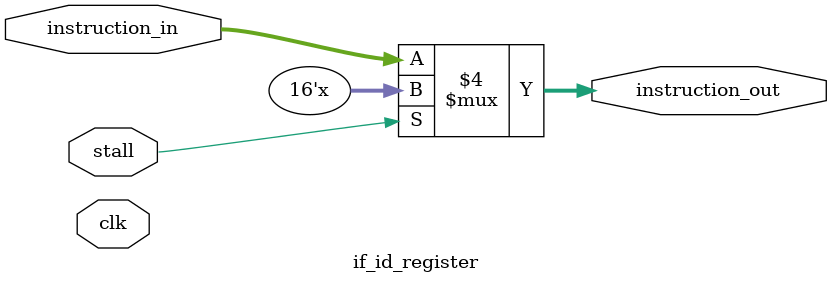
<source format=v>
`timescale 1ns / 1ps

module if_id_register(
  clk,
  stall,

  instruction_in, 
  instruction_out
  );

  input wire clk;
  input wire stall;

  input wire [15:0] instruction_in;
  output reg [15:0] instruction_out;

  initial begin
    instruction_out <= 0;
  end

  always @(*) begin

    if(!stall) begin
        instruction_out <= instruction_in;
    end

  end

endmodule

</source>
